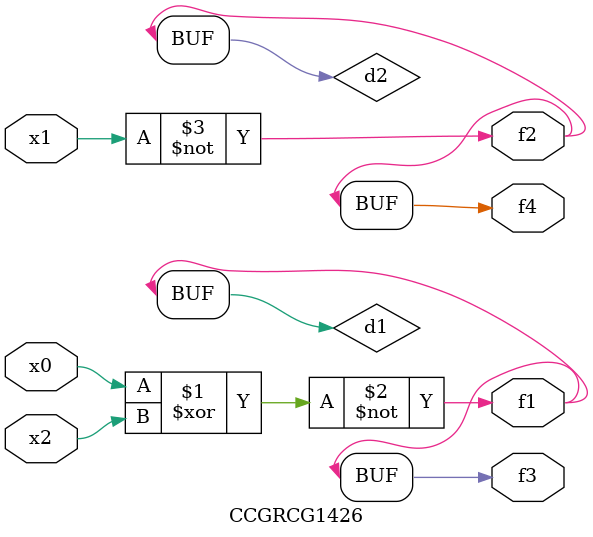
<source format=v>
module CCGRCG1426(
	input x0, x1, x2,
	output f1, f2, f3, f4
);

	wire d1, d2, d3;

	xnor (d1, x0, x2);
	nand (d2, x1);
	nor (d3, x1, x2);
	assign f1 = d1;
	assign f2 = d2;
	assign f3 = d1;
	assign f4 = d2;
endmodule

</source>
